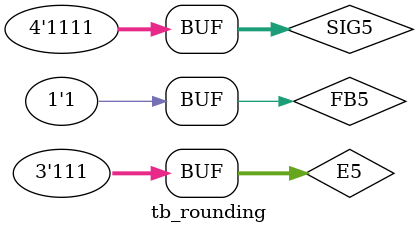
<source format=v>
`timescale 1ns / 1ps


module tb_rounding;

	// Inputs
	reg [2:0] E5;
	reg [3:0] SIG5;
	reg FB5;

	// Outputs
	wire [2:0] E6;
	wire [3:0] F6;

	// Instantiate the Unit Under Test (UUT)
	rounding uut (
		.E5(E5), 
		.SIG5(SIG5), 
		.FB5(FB5), 
		.E6(E6), 
		.F6(F6)
	);

	initial begin
		// Initialize Inputs
		E5 = 3'b001;
		SIG5 = 4'b0001;
		FB5 = 0;

		// Wait 100 ns for global reset to finish
		#100;
        
		// Add stimulus here
		E5 = 3'b001;
		SIG5 = 4'b0001;
		FB5 = 1;
		#100;
		
		E5 = 3'b001;
		SIG5 = 4'b1111;
		FB5 = 1;
		#100;
		
		E5 = 3'b111;
		SIG5 = 4'b1111;
		FB5 = 1;
		#100;
	
	
		
	end
      
endmodule


</source>
